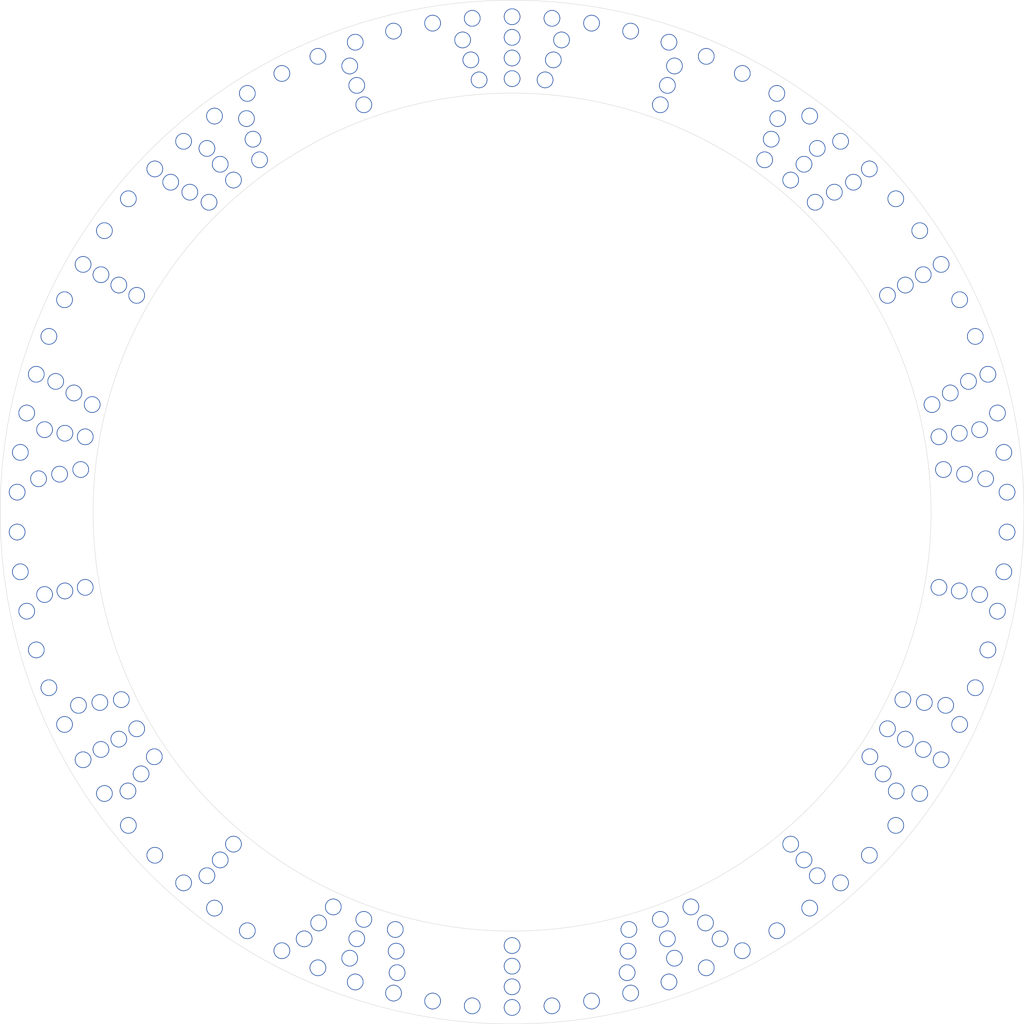
<source format=kicad_pcb>
(kicad_pcb (version 20221018) (generator pcbnew)
  (layers (0 "F.Cu" signal) (31 "B.Cu" signal) (34 "B.Paste" user) (35 "F.Paste" user) (36 "B.SilkS" user "B.Silkscreen") (37 "F.SilkS" user "F.Silkscreen") (38 "B.Mask" user) (39 "F.Mask" user) (44 "Edge.Cuts" user))
  (property "DATE" "2023-05-04")
  (net 0 "")
  (net 2 "Net-(D118-O)")
  (net 3 "Net-(D119-O)")
  (net 4 "Net-(D153-O)")
  (net 5 "Net-(D120-O)")
  (net 6 "Net-(D154-O)")
  (net 7 "Net-(D121-O)")
  (net 8 "Net-(D155-O)")
  (net 9 "Net-(D122-O)")
  (net 10 "Net-(D123-O)")
  (net 11 "Net-(D124-O)")
  (net 12 "Net-(D125-O)")
  (net 13 "Net-(D126-O)")
  (net 14 "Net-(D127-O)")
  (net 15 "Net-(D128-O)")
  (net 16 "Net-(D129-O)")
  (net 17 "Net-(D130-O)")
  (net 18 "Net-(D131-O)")
  (net 19 "Net-(D132-O)")
  (net 20 "Net-(D133-O)")
  (net 21 "Net-(D134-O)")
  (net 22 "Net-(D135-O)")
  (net 23 "Net-(D136-O)")
  (net 24 "Net-(D137-O)")
  (net 25 "Net-(D138-O)")
  (net 26 "Net-(D139-O)")
  (net 27 "Net-(D140-O)")
  (net 28 "Net-(D141-O)")
  (net 29 "Net-(D142-O)")
  (net 30 "Net-(D143-O)")
  (net 31 "Net-(D144-O)")
  (net 32 "Net-(D145-O)")
  (net 33 "Net-(D146-O)")
  (net 34 "Net-(D147-O)")
  (net 35 "Net-(D148-O)")
  (net 36 "Net-(D149-O)")
  (net 37 "Net-(D150-O)")
  (net 38 "Net-(D151-O)")
  (net 39 "Net-(D152-O)")
  (net 40 "Net-(D156-O)")
  (net 41 "Net-(D157-O)")
  (net 42 "Net-(D158-O)")
  (net 43 "Net-(D159-O)")
  (net 44 "Net-(D160-O)")
  (net 45 "Net-(D161-O)")
  (net 46 "Net-(D162-O)")
  (net 47 "Net-(D163-O)")
  (net 48 "Net-(D164-O)")
  (net 49 "Net-(D165-O)")
  (net 50 "Net-(D166-O)")
  (net 51 "Net-(D167-O)")
  (net 52 "Net-(D168-O)")
  (net 53 "Net-(D169-O)")
  (net 54 "Net-(D170-O)")
  (net 55 "Net-(D171-O)")
  (net 56 "Net-(D172-O)")
  (net 57 "Net-(D173-O)")
  (net 58 "Net-(D174-O)")
  (net 59 "Net-(D175-O)")
  (net 60 "Net-(D176-O)")
  (net 61 "Net-(D192-O)")
  (net 62 "Net-(D177-O)")
  (net 63 "Net-(D178-O)")
  (net 64 "Net-(D179-O)")
  (net 65 "Net-(D180-O)")
  (net 66 "Net-(D181-O)")
  (net 67 "Net-(D182-O)")
  (net 68 "Net-(D183-O)")
  (net 69 "Net-(D184-O)")
  (net 70 "Net-(D185-O)")
  (net 71 "Net-(D186-O)")
  (net 72 "Net-(D187-O)")
  (net 73 "Net-(D188-O)")
  (net 74 "Net-(D189-O)")
  (net 75 "Net-(D190-O)")
  (net 76 "Net-(D191-O)")
  (net 77 "Net-(D193-O)")
  (net 78 "Net-(D194-O)")
  (net 79 "Net-(D208-O)")
  (net 80 "Net-(D195-O)")
  (net 81 "Net-(D196-O)")
  (net 82 "Net-(D197-O)")
  (net 83 "Net-(D198-O)")
  (net 84 "Net-(D199-O)")
  (net 85 "Net-(D200-O)")
  (net 86 "Net-(D201-O)")
  (net 87 "Net-(D202-O)")
  (net 88 "Net-(D203-O)")
  (net 89 "Net-(D204-O)")
  (net 90 "Net-(D205-O)")
  (net 91 "Net-(D206-O)")
  (net 92 "Net-(D207-O)")
  (net 93 "Net-(D209-O)")
  (footprint "RevK:C_0402-Hole" (layer "F.Cu") (at 135.353319 142.132444 -50)
    (fp_text reference "C182" hide)
    (fp_text value "330nF" hide)
    (pad "3" thru_hole circle (at 0 0 310) (size 2 2) (drill 1.8) (layers "*.Cu" "F.Mask"))
  )
  (footprint "RevK:SMD1010-Hole" (layer "F.Cu") (at 72.11661 46.872638 -107.307692)
    (fp_text reference "D154" hide)
    (fp_text value "XL-1010RGBC-WS2812B" hide)
    (pad "1" thru_hole circle (at 0 0 252.692308) (size 2 2) (drill 1.8) (layers "*.Cu" "F.Mask") (net 6 "Net-(D154-O)"))
  )
  (footprint "RevK:C_0402-Hole" (layer "F.Cu") (at 63.039712 55.952445 130)
    (fp_text reference "C209" hide)
    (fp_text value "330nF" hide)
    (pad "3" thru_hole circle (at 0 0 130) (size 2 2) (drill 1.8) (layers "*.Cu" "F.Mask"))
  )
  (footprint "RevK:C_0402-Hole" (layer "F.Cu") (at 151.961524 70 30)
    (fp_text reference "C124" hide)
    (fp_text value "330nF" hide)
    (pad "3" thru_hole circle (at 0 0 30) (size 2 2) (drill 1.8) (layers "*.Cu" "F.Mask"))
  )
  (footprint "RevK:SMD1010-Hole" (layer "F.Cu") (at 114.041435 153.177421 59.791293)
    (fp_text reference "D184" hide)
    (fp_text value "XL-1010RGBC-WS2812B" hide)
    (pad "1" thru_hole circle (at 0 0 59.791293) (size 2 2) (drill 1.8) (layers "*.Cu" "F.Mask") (net 69 "Net-(D184-O)"))
  )
  (footprint "RevK:SMD1010-Hole" (layer "F.Cu") (at 100 40 -135)
    (fp_text reference "D118" hide)
    (fp_text value "XL-1010RGBC-WS2812B" hide)
    (pad "1" thru_hole circle (at 0 0 225) (size 2 2) (drill 1.8) (layers "*.Cu" "F.Mask") (net 2 "Net-(D118-O)"))
  )
  (footprint "RevK:C_0402-Hole" (layer "F.Cu") (at 52.368603 72.5 150)
    (fp_text reference "C190" hide)
    (fp_text value "330nF" hide)
    (pad "3" thru_hole circle (at 0 0 150) (size 2 2) (drill 1.8) (layers "*.Cu" "F.Mask"))
  )
  (footprint "RevK:SMD1010-Hole" (layer "F.Cu") (at 56.663634 129.634597 -10.634607)
    (fp_text reference "D169" hide)
    (fp_text value "XL-1010RGBC-WS2812B" hide)
    (pad "1" thru_hole circle (at 0 0 349.365393) (size 2 2) (drill 1.8) (layers "*.Cu" "F.Mask") (net 53 "Net-(D169-O)"))
  )
  (footprint "RevK:C_0402-Hole" (layer "F.Cu") (at 82.043942 50.666137 110)
    (fp_text reference "C174" hide)
    (fp_text value "330nF" hide)
    (pad "3" thru_hole circle (at 0 0 110) (size 2 2) (drill 1.8) (layers "*.Cu" "F.Mask"))
  )
  (footprint "RevK:C_0402-Hole" (layer "F.Cu") (at 54.533666 73.75 150)
    (fp_text reference "C172" hide)
    (fp_text value "330nF" hide)
    (pad "3" thru_hole circle (at 0 0 150) (size 2 2) (drill 1.8) (layers "*.Cu" "F.Mask"))
  )
  (footprint "RevK:C_0402-Hole" (layer "F.Cu") (at 158.787439 87.998458 11.538462)
    (fp_text reference "C126" hide)
    (fp_text value "330nF" hide)
    (pad "3" thru_hole circle (at 0 0 11.538462) (size 2 2) (drill 1.8) (layers "*.Cu" "F.Mask"))
  )
  (footprint "RevK:SMD1010-Hole" (layer "F.Cu") (at 67.93205 150.711405 12.692308)
    (fp_text reference "D141" hide)
    (fp_text value "XL-1010RGBC-WS2812B" hide)
    (pad "1" thru_hole circle (at 0 0 12.692308) (size 2 2) (drill 1.8) (layers "*.Cu" "F.Mask") (net 28 "Net-(D141-O)"))
  )
  (footprint "RevK:C_0402-Hole" (layer "F.Cu") (at 45.792974 125.721554 -154.615385)
    (fp_text reference "C144" hide)
    (fp_text value "330nF" hide)
    (pad "3" thru_hole circle (at 0 0 205.384615) (size 2 2) (drill 1.8) (layers "*.Cu" "F.Mask"))
  )
  (footprint "RevK:C_0402-Hole" (layer "F.Cu") (at 64.646681 142.132444 -130)
    (fp_text reference "C186" hide)
    (fp_text value "330nF" hide)
    (pad "3" thru_hole circle (at 0 0 230) (size 2 2) (drill 1.8) (layers "*.Cu" "F.Mask"))
  )
  (footprint "RevK:C_0402-Hole" (layer "F.Cu") (at 123.517997 44.801233 66.923077)
    (fp_text reference "C120" hide)
    (fp_text value "330nF" hide)
    (pad "3" thru_hole circle (at 0 0 66.923077) (size 2 2) (drill 1.8) (layers "*.Cu" "F.Mask"))
  )
  (footprint "RevK:SMD1010-Hole" (layer "F.Cu") (at 149.379032 65.916115 169.615385)
    (fp_text reference "D124" hide)
    (fp_text value "XL-1010RGBC-WS2812B" hide)
    (pad "1" thru_hole circle (at 0 0 169.615385) (size 2 2) (drill 1.8) (layers "*.Cu" "F.Mask") (net 11 "Net-(D124-O)"))
  )
  (footprint "RevK:SMD1010-Hole" (layer "F.Cu") (at 113.931259 155.786827 59.02131)
    (fp_text reference "D202" hide)
    (fp_text value "XL-1010RGBC-WS2812B" hide)
    (pad "1" thru_hole circle (at 0 0 59.02131) (size 2 2) (drill 1.8) (layers "*.Cu" "F.Mask") (net 87 "Net-(D202-O)"))
  )
  (footprint "RevK:C_0402-Hole" (layer "F.Cu") (at 81.188892 151.683094 -110)
    (fp_text reference "C185" hide)
    (fp_text value "330nF" hide)
    (pad "3" thru_hole circle (at 0 0 250) (size 2 2) (drill 1.8) (layers "*.Cu" "F.Mask"))
  )
  (footprint "RevK:SMD1010-Hole" (layer "F.Cu") (at 50.620968 65.916115 -79.615385)
    (fp_text reference "D151" hide)
    (fp_text value "XL-1010RGBC-WS2812B" hide)
    (pad "1" thru_hole circle (at 0 0 280.384615) (size 2 2) (drill 1.8) (layers "*.Cu" "F.Mask") (net 38 "Net-(D151-O)"))
  )
  (footprint "RevK:C_0402-Hole" (layer "F.Cu") (at 117.956058 50.666137 70)
    (fp_text reference "C158" hide)
    (fp_text value "330nF" hide)
    (pad "3" thru_hole circle (at 0 0 70) (size 2 2) (drill 1.8) (layers "*.Cu" "F.Mask"))
  )
  (footprint "RevK:C_0402-Hole" (layer "F.Cu") (at 50.620968 134.083885 -145.384615)
    (fp_text reference "C143" hide)
    (fp_text value "330nF" hide)
    (pad "3" thru_hole circle (at 0 0 214.615385) (size 2 2) (drill 1.8) (layers "*.Cu" "F.Mask"))
  )
  (footprint "RevK:C_0402-Hole" (layer "F.Cu") (at 82.043942 149.333863 -110)
    (fp_text reference "C167" hide)
    (fp_text value "330nF" hide)
    (pad "3" thru_hole circle (at 0 0 250) (size 2 2) (drill 1.8) (layers "*.Cu" "F.Mask"))
  )
  (footprint "RevK:C_0402-Hole" (layer "F.Cu") (at 135.353319 57.867556 50)
    (fp_text reference "C177" hide)
    (fp_text value "330nF" hide)
    (pad "3" thru_hole circle (at 0 0 50) (size 2 2) (drill 1.8) (layers "*.Cu" "F.Mask"))
  )
  (footprint "RevK:SMD1010-Hole" (layer "F.Cu") (at 144.938151 131.710607 99.791293)
    (fp_text reference "D182" hide)
    (fp_text value "XL-1010RGBC-WS2812B" hide)
    (pad "1" thru_hole circle (at 0 0 99.791293) (size 2 2) (drill 1.8) (layers "*.Cu" "F.Mask") (net 67 "Net-(D182-O)"))
  )
  (footprint "RevK:C_0402-Hole" (layer "F.Cu") (at 100 47.5 90)
    (fp_text reference "C157" hide)
    (fp_text value "330nF" hide)
    (pad "3" thru_hole circle (at 0 0 90) (size 2 2) (drill 1.8) (layers "*.Cu" "F.Mask"))
  )
  (footprint "RevK:C_0402-Hole" (layer "F.Cu") (at 136.960288 55.952445 50)
    (fp_text reference "C195" hide)
    (fp_text value "330nF" hide)
    (pad "3" thru_hole circle (at 0 0 50) (size 2 2) (drill 1.8) (layers "*.Cu" "F.Mask"))
  )
  (footprint "RevK:C_0402-Hole" (layer "F.Cu") (at 119.666158 45.967674 70)
    (fp_text reference "C194" hide)
    (fp_text value "330nF" hide)
    (pad "3" thru_hole circle (at 0 0 70) (size 2 2) (drill 1.8) (layers "*.Cu" "F.Mask"))
  )
  (footprint "RevK:SMD1010-Hole" (layer "F.Cu") (at 78.3409 147.823983 20.634607)
    (fp_text reference "D168" hide)
    (fp_text value "XL-1010RGBC-WS2812B" hide)
    (pad "1" thru_hole circle (at 0 0 20.634607) (size 2 2) (drill 1.8) (layers "*.Cu" "F.Mask") (net 52 "Net-(D168-O)"))
  )
  (footprint "RevK:SMD1010-Hole" (layer "F.Cu") (at 104.827994 159.805438 49.615385)
    (fp_text reference "D137" hide)
    (fp_text value "XL-1010RGBC-WS2812B" hide)
    (pad "1" thru_hole circle (at 0 0 49.615385) (size 2 2) (drill 1.8) (layers "*.Cu" "F.Mask") (net 24 "Net-(D137-O)"))
  )
  (footprint "RevK:SMD1010-Hole" (layer "F.Cu") (at 55.061849 131.710607 -9.791293)
    (fp_text reference "D187" hide)
    (fp_text value "XL-1010RGBC-WS2812B" hide)
    (pad "1" thru_hole circle (at 0 0 350.208707) (size 2 2) (drill 1.8) (layers "*.Cu" "F.Mask") (net 72 "Net-(D187-O)"))
  )
  (footprint "RevK:C_0402-Hole" (layer "F.Cu") (at 50.203539 71.25 150)
    (fp_text reference "C208" hide)
    (fp_text value "330nF" hide)
    (pad "3" thru_hole circle (at 0 0 150) (size 2 2) (drill 1.8) (layers "*.Cu" "F.Mask"))
  )
  (footprint "RevK:C_0402-Hole" (layer "F.Cu") (at 45.835574 90.44935 170)
    (fp_text reference "C189" hide)
    (fp_text value "330nF" hide)
    (pad "3" thru_hole circle (at 0 0 170) (size 2 2) (drill 1.8) (layers "*.Cu" "F.Mask"))
  )
  (footprint "RevK:SMD1010-Hole" (layer "F.Cu") (at 155.278438 84.171411 150.97869)
    (fp_text reference "D197" hide)
    (fp_text value "XL-1010RGBC-WS2812B" hide)
    (pad "1" thru_hole circle (at 0 0 150.97869) (size 2 2) (drill 1.8) (layers "*.Cu" "F.Mask") (net 82 "Net-(D197-O)"))
  )
  (footprint "RevK:SMD1010-Hole" (layer "F.Cu") (at 132.06795 150.711405 77.307692)
    (fp_text reference "D134" hide)
    (fp_text value "XL-1010RGBC-WS2812B" hide)
    (pad "1" thru_hole circle (at 0 0 77.307692) (size 2 2) (drill 1.8) (layers "*.Cu" "F.Mask") (net 21 "Net-(D134-O)"))
  )
  (footprint "RevK:SMD1010-Hole" (layer "F.Cu") (at 80.99992 43.087813 -116.538462)
    (fp_text reference "D155" hide)
    (fp_text value "XL-1010RGBC-WS2812B" hide)
    (pad "1" thru_hole circle (at 0 0 243.461538) (size 2 2) (drill 1.8) (layers "*.Cu" "F.Mask") (net 8 "Net-(D155-O)"))
  )
  (footprint "RevK:SMD1010-Hole" (layer "F.Cu") (at 151.961524 130 105)
    (fp_text reference "D131" hide)
    (fp_text value "XL-1010RGBC-WS2812B" hide)
    (pad "1" thru_hole circle (at 0 0 105) (size 2 2) (drill 1.8) (layers "*.Cu" "F.Mask") (net 18 "Net-(D131-O)"))
  )
  (footprint "RevK:C_0402-Hole" (layer "F.Cu") (at 66.25365 140.217333 -130)
    (fp_text reference "C168" hide)
    (fp_text value "330nF" hide)
    (pad "3" thru_hole circle (at 0 0 230) (size 2 2) (drill 1.8) (layers "*.Cu" "F.Mask"))
  )
  (footprint "RevK:SMD1010-Hole" (layer "F.Cu") (at 157.358437 95.967669 139.02131)
    (fp_text reference "D198" hide)
    (fp_text value "XL-1010RGBC-WS2812B" hide)
    (pad "1" thru_hole circle (at 0 0 139.02131) (size 2 2) (drill 1.8) (layers "*.Cu" "F.Mask") (net 83 "Net-(D198-O)"))
  )
  (footprint "RevK:C_0402-Hole" (layer "F.Cu") (at 156.100975 78.723707 20.769231)
    (fp_text reference "C125" hide)
    (fp_text value "330nF" hide)
    (pad "3" thru_hole circle (at 0 0 20.769231) (size 2 2) (drill 1.8) (layers "*.Cu" "F.Mask"))
  )
  (footprint "RevK:SMD1010-Hole" (layer "F.Cu") (at 158.787439 112.001542 123.461538)
    (fp_text reference "D129" hide)
    (fp_text value "XL-1010RGBC-WS2812B" hide)
    (pad "1" thru_hole circle (at 0 0 123.461538) (size 2 2) (drill 1.8) (layers "*.Cu" "F.Mask") (net 16 "Net-(D129-O)"))
  )
  (footprint "RevK:C_0402-Hole" (layer "F.Cu") (at 149.379032 134.083885 -34.615385)
    (fp_text reference "C131" hide)
    (fp_text value "330nF" hide)
    (pad "3" thru_hole circle (at 0 0 325.384615) (size 2 2) (drill 1.8) (layers "*.Cu" "F.Mask"))
  )
  (footprint "RevK:C_0402-Hole" (layer "F.Cu") (at 40.437468 107.232201 -173.076923)
    (fp_text reference "C146" hide)
    (fp_text value "330nF" hide)
    (pad "3" thru_hole circle (at 0 0 186.923077) (size 2 2) (drill 1.8) (layers "*.Cu" "F.Mask"))
  )
  (footprint "RevK:C_0402-Hole" (layer "F.Cu") (at 72.11661 153.127362 -117.692308)
    (fp_text reference "C140" hide)
    (fp_text value "330nF" hide)
    (pad "3" thru_hole circle (at 0 0 242.307692) (size 2 2) (drill 1.8) (layers "*.Cu" "F.Mask"))
  )
  (footprint "RevK:C_0402-Hole" (layer "F.Cu") (at 43.373554 90.01523 170)
    (fp_text reference "C207" hide)
    (fp_text value "330nF" hide)
    (pad "3" thru_hole circle (at 0 0 170) (size 2 2) (drill 1.8) (layers "*.Cu" "F.Mask"))
  )
  (footprint "RevK:C_0402-Hole" (layer "F.Cu") (at 156.626446 109.98477 -10)
    (fp_text reference "C198" hide)
    (fp_text value "330nF" hide)
    (pad "3" thru_hole circle (at 0 0 350) (size 2 2) (drill 1.8) (layers "*.Cu" "F.Mask"))
  )
  (footprint "RevK:C_0402-Hole" (layer "F.Cu") (at 132.06795 49.288595 57.692308)
    (fp_text reference "C121" hide)
    (fp_text value "330nF" hide)
    (pad "3" thru_hole circle (at 0 0 57.692308) (size 2 2) (drill 1.8) (layers "*.Cu" "F.Mask"))
  )
  (footprint "RevK:SMD1010-Hole" (layer "F.Cu") (at 76.482003 155.198767 21.923077)
    (fp_text reference "D140" hide)
    (fp_text value "XL-1010RGBC-WS2812B" hide)
    (pad "1" thru_hole circle (at 0 0 21.923077) (size 2 2) (drill 1.8) (layers "*.Cu" "F.Mask") (net 27 "Net-(D140-O)"))
  )
  (footprint "RevK:SMD1010-Hole" (layer "F.Cu") (at 60.212641 144.910645 3.461538)
    (fp_text reference "D142" hide)
    (fp_text value "XL-1010RGBC-WS2812B" hide)
    (pad "1" thru_hole circle (at 0 0 3.461538) (size 2 2) (drill 1.8) (layers "*.Cu" "F.Mask") (net 29 "Net-(D142-O)"))
  )
  (footprint "RevK:C_0402-Hole" (layer "F.Cu") (at 66.25365 59.782667 130)
    (fp_text reference "C173" hide)
    (fp_text value "330nF" hide)
    (pad "3" thru_hole circle (at 0 0 130) (size 2 2) (drill 1.8) (layers "*.Cu" "F.Mask"))
  )
  (footprint "RevK:C_0402-Hole" (layer "F.Cu") (at 50.203539 128.75 -150)
    (fp_text reference "C205" hide)
    (fp_text value "330nF" hide)
    (pad "3" thru_hole circle (at 0 0 210) (size 2 2) (drill 1.8) (layers "*.Cu" "F.Mask"))
  )
  (footprint "RevK:SMD1010-Hole" (layer "F.Cu") (at 52.667503 122.713095 -19.365393)
    (fp_text reference "D170" hide)
    (fp_text value "XL-1010RGBC-WS2812B" hide)
    (pad "1" thru_hole circle (at 0 0 340.634607) (size 2 2) (drill 1.8) (layers "*.Cu" "F.Mask") (net 54 "Net-(D170-O)"))
  )
  (footprint "RevK:SMD1010-Hole" (layer "F.Cu") (at 123.517997 155.198767 68.076923)
    (fp_text reference "D135" hide)
    (fp_text value "XL-1010RGBC-WS2812B" hide)
    (pad "1" thru_hole circle (at 0 0 68.076923) (size 2 2) (drill 1.8) (layers "*.Cu" "F.Mask") (net 22 "Net-(D135-O)"))
  )
  (footprint "RevK:C_0402-Hole" (layer "F.Cu") (at 63.039712 144.047555 -130)
    (fp_text reference "C204" hide)
    (fp_text value "330nF" hide)
    (pad "3" thru_hole circle (at 0 0 230) (size 2 2) (drill 1.8) (layers "*.Cu" "F.Mask"))
  )
  (footprint "RevK:C_0402-Hole" (layer "F.Cu") (at 151.702407 90.883471 10)
    (fp_text reference "C161" hide)
    (fp_text value "330nF" hide)
    (pad "3" thru_hole circle (at 0 0 10) (size 2 2) (drill 1.8) (layers "*.Cu" "F.Mask"))
  )
  (footprint "RevK:C_0402-Hole" (layer "F.Cu") (at 151.702407 109.116529 -10)
    (fp_text reference "C162" hide)
    (fp_text value "330nF" hide)
    (pad "3" thru_hole circle (at 0 0 350) (size 2 2) (drill 1.8) (layers "*.Cu" "F.Mask"))
  )
  (footprint "RevK:C_0402-Hole" (layer "F.Cu") (at 149.796461 71.25 30)
    (fp_text reference "C196" hide)
    (fp_text value "330nF" hide)
    (pad "3" thru_hole circle (at 0 0 30) (size 2 2) (drill 1.8) (layers "*.Cu" "F.Mask"))
  )
  (footprint "RevK:SMD1010-Hole" (layer "F.Cu") (at 90.375323 40.776984 -125.769231)
    (fp_text reference "D156" hide)
    (fp_text value "XL-1010RGBC-WS2812B" hide)
    (pad "1" thru_hole circle (at 0 0 234.230769) (size 2 2) (drill 1.8) (layers "*.Cu" "F.Mask") (net 40 "Net-(D156-O)"))
  )
  (footprint "RevK:C_0402-Hole" (layer "F.Cu") (at 64.646681 57.867556 130)
    (fp_text reference "C191" hide)
    (fp_text value "330nF" hide)
    (pad "3" thru_hole circle (at 0 0 130) (size 2 2) (drill 1.8) (layers "*.Cu" "F.Mask"))
  )
  (footprint "RevK:C_0402-Hole" (layer "F.Cu") (at 67.93205 49.288595 122.307692)
    (fp_text reference "C153" hide)
    (fp_text value "330nF" hide)
    (pad "3" thru_hole circle (at 0 0 122.307692) (size 2 2) (drill 1.8) (layers "*.Cu" "F.Mask"))
  )
  (footprint "RevK:SMD1010-Hole" (layer "F.Cu") (at 130.587234 57.330677 -170.634607)
    (fp_text reference "D159" hide)
    (fp_text value "XL-1010RGBC-WS2812B" hide)
    (pad "1" thru_hole circle (at 0 0 189.365393) (size 2 2) (drill 1.8) (layers "*.Cu" "F.Mask") (net 43 "Net-(D159-O)"))
  )
  (footprint "RevK:C_0402-Hole" (layer "F.Cu") (at 56.727853 141.563461 -136.153846)
    (fp_text reference "C142" hide)
    (fp_text value "330nF" hide)
    (pad "3" thru_hole circle (at 0 0 223.846154) (size 2 2) (drill 1.8) (layers "*.Cu" "F.Mask"))
  )
  (footprint "RevK:SMD1010-Hole" (layer "F.Cu") (at 43.899025 121.276293 -24.230769)
    (fp_text reference "D145" hide)
    (fp_text value "XL-1010RGBC-WS2812B" hide)
    (pad "1" thru_hole circle (at 0 0 335.769231) (size 2 2) (drill 1.8) (layers "*.Cu" "F.Mask") (net 32 "Net-(D145-O)"))
  )
  (footprint "RevK:C_0402-Hole" (layer "F.Cu") (at 80.333842 154.032326 -110)
    (fp_text reference "C203" hide)
    (fp_text value "330nF" hide)
    (pad "3" thru_hole circle (at 0 0 250) (size 2 2) (drill 1.8) (layers "*.Cu" "F.Mask"))
  )
  (footprint "RevK:SMD1010-Hole" (layer "F.Cu") (at 127.88339 46.872638 -162.692308)
    (fp_text reference "D121" hide)
    (fp_text value "XL-1010RGBC-WS2812B" hide)
    (pad "1" thru_hole circle (at 0 0 197.307692) (size 2 2) (drill 1.8) (layers "*.Cu" "F.Mask") (net 7 "Net-(D121-O)"))
  )
  (footprint "RevK:C_0402-Hole" (layer "F.Cu") (at 100 155 -90)
    (fp_text reference "C184" hide)
    (fp_text value "330nF" hide)
    (pad "3" thru_hole circle (at 0 0 270) (size 2 2) (drill 1.8) (layers "*.Cu" "F.Mask"))
  )
  (footprint "RevK:SMD1010-Hole" (layer "F.Cu") (at 67.828681 52.342302 -100.97869)
    (fp_text reference "D210" hide)
    (fp_text value "XL-1010RGBC-WS2812B" hide)
    (pad "1" thru_hole circle (at 0 0 259.02131) (size 2 2) (drill 1.8) (layers "*.Cu" "F.Mask"))
  )
  (footprint "RevK:SMD1010-Hole" (layer "F.Cu") (at 114.35894 158.256509 58.846154)
    (fp_text reference "D136" hide)
    (fp_text value "XL-1010RGBC-WS2812B" hide)
    (pad "1" thru_hole circle (at 0 0 58.846154) (size 2 2) (drill 1.8) (layers "*.Cu" "F.Mask") (net 23 "Net-(D136-O)"))
  )
  (footprint "RevK:SMD1010-Hole" (layer "F.Cu") (at 103.996131 47.652307 -139.365393)
    (fp_text reference "D158" hide)
    (fp_text value "XL-1010RGBC-WS2812B" hide)
    (pad "1" thru_hole circle (at 0 0 220.634607) (size 2 2) (drill 1.8) (layers "*.Cu" "F.Mask") (net 42 "Net-(D158-O)"))
  )
  (footprint "RevK:C_0402-Hole" (layer "F.Cu") (at 100 160 -90)
    (fp_text reference "C137" hide)
    (fp_text value "330nF" hide)
    (pad "3" thru_hole circle (at 0 0 270) (size 2 2) (drill 1.8) (layers "*.Cu" "F.Mask"))
  )
  (footprint "RevK:SMD1010-Hole" (layer "F.Cu") (at 41.212561 112.001542 -33.461538)
    (fp_text reference "D146" hide)
    (fp_text value "XL-1010RGBC-WS2812B" hide)
    (pad "1" thru_hole circle (at 0 0 326.538462) (size 2 2) (drill 1.8) (layers "*.Cu" "F.Mask") (net 33 "Net-(D146-O)"))
  )
  (footprint "RevK:C_0402-Hole" (layer "F.Cu") (at 41.212561 87.998458 168.461538)
    (fp_text reference "C148" hide)
    (fp_text value "330nF" hide)
    (pad "3" thru_hole circle (at 0 0 168.461538) (size 2 2) (drill 1.8) (layers "*.Cu" "F.Mask"))
  )
  (footprint "RevK:SMD1010-Hole" (layer "F.Cu") (at 153.073715 85.571529 150.208707)
    (fp_text reference "D179" hide)
    (fp_text value "XL-1010RGBC-WS2812B" hide)
    (pad "1" thru_hole circle (at 0 0 150.208707) (size 2 2) (drill 1.8) (layers "*.Cu" "F.Mask") (net 64 "Net-(D179-O)"))
  )
  (footprint "RevK:SMD1010-Hole" (layer "F.Cu") (at 149.931267 123.062277 110.208707)
    (fp_text reference "D181" hide)
    (fp_text value "XL-1010RGBC-WS2812B" hide)
    (pad "1" thru_hole circle (at 0 0 110.208707) (size 2 2) (drill 1.8) (layers "*.Cu" "F.Mask") (net 66 "Net-(D181-O)"))
  )
  (footprint "RevK:SMD1010-Hole" (layer "F.Cu") (at 46.926285 85.571529 -60.208707)
    (fp_text reference "D190" hide)
    (fp_text value "XL-1010RGBC-WS2812B" hide)
    (pad "1" thru_hole circle (at 0 0 299.791293) (size 2 2) (drill 1.8) (layers "*.Cu" "F.Mask") (net 75 "Net-(D190-O)"))
  )
  (footprint "RevK:C_0402-Hole" (layer "F.Cu") (at 147.631397 72.5 30)
    (fp_text reference "C178" hide)
    (fp_text value "330nF" hide)
    (pad "3" thru_hole circle (at 0 0 30) (size 2 2) (drill 1.8) (layers "*.Cu" "F.Mask"))
  )
  (footprint "RevK:SMD1010-Hole" (layer "F.Cu") (at 159.95134 102.415956 132.692308)
    (fp_text reference "D128" hide)
    (fp_text value "XL-1010RGBC-WS2812B" hide)
    (pad "1" thru_hole circle (at 0 0 132.692308) (size 2 2) (drill 1.8) (layers "*.Cu" "F.Mask") (net 15 "Net-(D128-O)"))
  )
  (footprint "RevK:C_0402-Hole" (layer "F.Cu") (at 42.368913 116.693048 -163.846154)
    (fp_text reference "C145" hide)
    (fp_text value "330nF" hide)
    (pad "3" thru_hole circle (at 0 0 196.153846) (size 2 2) (drill 1.8) (layers "*.Cu" "F.Mask"))
  )
  (footprint "RevK:C_0402-Hole" (layer "F.Cu") (at 147.631397 127.5 -30)
    (fp_text reference "C181" hide)
    (fp_text value "330nF" hide)
    (pad "3" thru_hole circle (at 0 0 330) (size 2 2) (drill 1.8) (layers "*.Cu" "F.Mask"))
  )
  (footprint "RevK:SMD1010-Hole" (layer "F.Cu") (at 47.753665 94.845339 -50.634607)
    (fp_text reference "D171" hide)
    (fp_text value "XL-1010RGBC-WS2812B" hide)
    (pad "1" thru_hole circle (at 0 0 309.365393) (size 2 2) (drill 1.8) (layers "*.Cu" "F.Mask") (net 55 "Net-(D171-O)"))
  )
  (footprint "RevK:C_0402-Hole" (layer "F.Cu") (at 80.99992 156.912187 -108.461538)
    (fp_text reference "C139" hide)
    (fp_text value "330nF" hide)
    (pad "3" thru_hole circle (at 0 0 251.538462) (size 2 2) (drill 1.8) (layers "*.Cu" "F.Mask"))
  )
  (footprint "RevK:C_0402-Hole" (layer "F.Cu") (at 40.04866 97.584044 177.692308)
    (fp_text reference "C147" hide)
    (fp_text value "330nF" hide)
    (pad "3" thru_hole circle (at 0 0 177.692308) (size 2 2) (drill 1.8) (layers "*.Cu" "F.Mask"))
  )
  (footprint "RevK:C_0402-Hole" (layer "F.Cu") (at 43.373554 109.98477 -170)
    (fp_text reference "C206" hide)
    (fp_text value "330nF" hide)
    (pad "3" thru_hole circle (at 0 0 190) (size 2 2) (drill 1.8) (layers "*.Cu" "F.Mask"))
  )
  (footprint "RevK:SMD1010-Hole" (layer "F.Cu") (at 105.989117 42.81276 -140.97869)
    (fp_text reference "D194" hide)
    (fp_text value "XL-1010RGBC-WS2812B" hide)
    (pad "1" thru_hole circle (at 0 0 219.02131) (size 2 2) (drill 1.8) (layers "*.Cu" "F.Mask") (net 78 "Net-(D194-O)"))
  )
  (footprint "RevK:SMD1010-Hole" (layer "F.Cu") (at 141.34718 60.041763 179.02131)
    (fp_text reference "D196" hide)
    (fp_text value "XL-1010RGBC-WS2812B" hide)
    (pad "1" thru_hole circle (at 0 0 179.02131) (size 2 2) (drill 1.8) (layers "*.Cu" "F.Mask") (net 81 "Net-(D196-O)"))
  )
  (footprint "RevK:C_0402-Hole" (layer "F.Cu") (at 63.955464 147.966566 -126.923077)
    (fp_text reference "C141" hide)
    (fp_text value "330nF" hide)
    (pad "3" thru_hole circle (at 0 0 233.076923) (size 2 2) (drill 1.8) (layers "*.Cu" "F.Mask"))
  )
  (footprint "RevK:C_0402-Hole" (layer "F.Cu") (at 76.482003 44.801233 113.076923)
    (fp_text reference "C154" hide)
    (fp_text value "330nF" hide)
    (pad "3" thru_hole circle (at 0 0 113.076923) (size 2 2) (drill 1.8) (layers "*.Cu" "F.Mask"))
  )
  (footprint "RevK:SMD1010-Hole" (layer "F.Cu") (at 154.207026 74.278446 160.384615)
    (fp_text reference "D125" hide)
    (fp_text value "XL-1010RGBC-WS2812B" hide)
    (pad "1" thru_hole circle (at 0 0 160.384615) (size 2 2) (drill 1.8) (layers "*.Cu" "F.Mask") (net 12 "Net-(D125-O)"))
  )
  (footprint "RevK:SMD1010-Hole" (layer "F.Cu") (at 48.038476 130 -15)
    (fp_text reference "D144" hide)
    (fp_text value "XL-1010RGBC-WS2812B" hide)
    (pad "1" thru_hole circle (at 0 0 345) (size 2 2) (drill 1.8) (layers "*.Cu" "F.Mask") (net 31 "Net-(D144-O)"))
  )
  (footprint "RevK:SMD1010-Hole" (layer "F.Cu") (at 154.807806 95.406048 139.791293)
    (fp_text reference "D180" hide)
    (fp_text value "XL-1010RGBC-WS2812B" hide)
    (pad "1" thru_hole circle (at 0 0 139.791293) (size 2 2) (drill 1.8) (layers "*.Cu" "F.Mask") (net 65 "Net-(D180-O)"))
  )
  (footprint "RevK:SMD1010-Hole" (layer "F.Cu") (at 152.246335 94.845339 140.634607)
    (fp_text reference "D162" hide)
    (fp_text value "XL-1010RGBC-WS2812B" hide)
    (pad "1" thru_hole circle (at 0 0 140.634607) (size 2 2) (drill 1.8) (layers "*.Cu" "F.Mask") (net 46 "Net-(D162-O)"))
  )
  (footprint "RevK:SMD1010-Hole" (layer "F.Cu") (at 94.010883 42.81276 -129.02131)
    (fp_text reference "D193" hide)
    (fp_text value "XL-1010RGBC-WS2812B" hide)
    (pad "1" thru_hole circle (at 0 0 230.97869) (size 2 2) (drill 1.8) (layers "*.Cu" "F.Mask") (net 77 "Net-(D193-O)"))
  )
  (footprint "RevK:SMD1010-Hole" (layer "F.Cu") (at 152.520162 123.406892 110.97869)
    (fp_text reference "D199" hide)
    (fp_text value "XL-1010RGBC-WS2812B" hide)
    (pad "1" thru_hole circle (at 0 0 110.97869) (size 2 2) (drill 1.8) (layers "*.Cu" "F.Mask") (net 84 "Net-(D199-O)"))
  )
  (footprint "RevK:SMD1010-Hole" (layer "F.Cu") (at 47.479838 123.406892 -20.97869)
    (fp_text reference "D206" hide)
    (fp_text value "XL-1010RGBC-WS2812B" hide)
    (pad "1" thru_hole circle (at 0 0 339.02131) (size 2 2) (drill 1.8) (layers "*.Cu" "F.Mask") (net 91 "Net-(D206-O)"))
  )
  (footprint "RevK:C_0402-Hole" (layer "F.Cu") (at 133.74635 140.217333 -50)
    (fp_text reference "C164" hide)
    (fp_text value "330nF" hide)
    (pad "3" thru_hole circle (at 0 0 310) (size 2 2) (drill 1.8) (layers "*.Cu" "F.Mask"))
  )
  (footprint "RevK:SMD1010-Hole" (layer "F.Cu") (at 157.631087 83.306952 151.153846)
    (fp_text reference "D126" hide)
    (fp_text value "XL-1010RGBC-WS2812B" hide)
    (pad "1" thru_hole circle (at 0 0 151.153846) (size 2 2) (drill 1.8) (layers "*.Cu" "F.Mask") (net 13 "Net-(D126-O)"))
  )
  (footprint "RevK:C_0402-Hole" (layer "F.Cu") (at 159.95134 97.584044 2.307692)
    (fp_text reference "C127" hide)
    (fp_text value "330nF" hide)
    (pad "3" thru_hole circle (at 0 0 2.307692) (size 2 2) (drill 1.8) (layers "*.Cu" "F.Mask"))
  )
  (footprint "RevK:C_0402-Hole" (layer "F.Cu") (at 104.827994 40.194562 85.384615)
    (fp_text reference "C118" hide)
    (fp_text value "330nF" hide)
    (pad "3" thru_hole circle (at 0 0 85.384615) (size 2 2) (drill 1.8) (layers "*.Cu" "F.Mask"))
  )
  (footprint "RevK:SMD1010-Hole" (layer "F.Cu") (at 95.006884 45.227116 -129.791293)
    (fp_text reference "D175" hide)
    (fp_text value "XL-1010RGBC-WS2812B" hide)
    (pad "1" thru_hole circle (at 0 0 230.208707) (size 2 2) (drill 1.8) (layers "*.Cu" "F.Mask") (net 59 "Net-(D175-O)"))
  )
  (footprint "RevK:SMD1010-Hole" (layer "F.Cu") (at 139.787359 144.910645 86.538462)
    (fp_text reference "D133" hide)
    (fp_text value "XL-1010RGBC-WS2812B" hide)
    (pad "1" thru_hole circle (at 0 0 86.538462) (size 2 2) (drill 1.8) (layers "*.Cu" "F.Mask") (net 20 "Net-(D133-O)"))
  )
  (footprint "RevK:SMD1010-Hole" (layer "F.Cu") (at 85.85117 150.557498 29.365393)
    (fp_text reference "D167" hide)
    (fp_text value "XL-1010RGBC-WS2812B" hide)
    (pad "1" thru_hole circle (at 0 0 29.365393) (size 2 2) (drill 1.8) (layers "*.Cu" "F.Mask") (net 51 "Net-(D167-O)"))
  )
  (footprint "RevK:C_0402-Hole" (layer "F.Cu") (at 136.960288 144.047555 -50)
    (fp_text reference "C200" hide)
    (fp_text value "330nF" hide)
    (pad "3" thru_hole circle (at 0 0 310) (size 2 2) (drill 1.8) (layers "*.Cu" "F.Mask"))
  )
  (footprint "RevK:SMD1010-Hole" (layer "F.Cu") (at 69.412766 57.330677 -99.365393)
    (fp_text reference "D174" hide)
    (fp_text value "XL-1010RGBC-WS2812B" hide)
    (pad "1" thru_hole circle (at 0 0 260.634607) (size 2 2) (drill 1.8) (layers "*.Cu" "F.Mask") (net 58 "Net-(D174-O)"))
  )
  (footprint "RevK:SMD1010-Hole" (layer "F.Cu") (at 125.187118 151.690029 70.97869)
    (fp_text reference "D201" hide)
    (fp_text value "XL-1010RGBC-WS2812B" hide)
    (pad "1" thru_hole circle (at 0 0 70.97869) (size 2 2) (drill 1.8) (layers "*.Cu" "F.Mask") (net 86 "Net-(D201-O)"))
  )
  (footprint "RevK:SMD1010-Hole" (layer "F.Cu") (at 146.476298 137.946723 95.769231)
    (fp_text reference "D132" hide)
    (fp_text value "XL-1010RGBC-WS2812B" hide)
    (pad "1" thru_hole circle (at 0 0 95.769231) (size 2 2) (drill 1.8) (layers "*.Cu" "F.Mask") (net 19 "Net-(D132-O)"))
  )
  (footprint "RevK:SMD1010-Hole" (layer "F.Cu") (at 132.171319 52.342302 -169.02131)
    (fp_text reference "D195" hide)
    (fp_text value "XL-1010RGBC-WS2812B" hide)
    (pad "1" thru_hole circle (at 0 0 190.97869) (size 2 2) (drill 1.8) (layers "*.Cu" "F.Mask") (net 80 "Net-(D195-O)"))
  )
  (footprint "RevK:C_0402-Hole" (layer "F.Cu") (at 100 45 90)
    (fp_text reference "C175" hide)
    (fp_text value "330nF" hide)
    (pad "3" thru_hole circle (at 0 0 90) (size 2 2) (drill 1.8) (layers "*.Cu" "F.Mask"))
  )
  (footprint "RevK:SMD1010-Hole" (layer "F.Cu") (at 53.523702 137.946723 -5.769231)
    (fp_text reference "D143" hide)
    (fp_text value "XL-1010RGBC-WS2812B" hide)
    (pad "1" thru_hole circle (at 0 0 354.230769) (size 2 2) (drill 1.8) (layers "*.Cu" "F.Mask") (net 30 "Net-(D143-O)"))
  )
  (footprint "RevK:SMD1010-Hole" (layer "F.Cu") (at 49.141507 86.974498 -59.365393)
    (fp_text reference "D172" hide)
    (fp_text value "XL-1010RGBC-WS2812B" hide)
    (pad "1" thru_hole circle (at 0 0 300.634607) (size 2 2) (drill 1.8) (layers "*.Cu" "F.Mask") (net 56 "Net-(D172-O)"))
  )
  (footprint "RevK:SMD1010-Hole" (layer "F.Cu") (at 76.574576 149.761929 19.791293)
    (fp_text reference "D186" hide)
    (fp_text value "XL-1010RGBC-WS2812B" hide)
    (pad "1" thru_hole circle (at 0 0 19.791293) (size 2 2) (drill 1.8) (layers "*.Cu" "F.Mask") (net 71 "Net-(D186-O)"))
  )
  (footprint "RevK:SMD1010-Hole" (layer "F.Cu") (at 40.04866 102.415956 -42.692308)
    (fp_text reference "D147" hide)
    (fp_text value "XL-1010RGBC-WS2812B" hide)
    (pad "1" thru_hole circle (at 0 0 317.307692) (size 2 2) (drill 1.8) (layers "*.Cu" "F.Mask") (net 34 "Net-(D147-O)"))
  )
  (footprint "RevK:SMD1010-Hole" (layer "F.Cu") (at 58.65282 60.041763 -89.02131)
    (fp_text reference "D209" hide)
    (fp_text value "XL-1010RGBC-WS2812B" hide)
    (pad "1" thru_hole circle (at 0 0 270.97869) (size 2 2) (drill 1.8) (layers "*.Cu" "F.Mask") (net 93 "Net-(D209-O)"))
  )
  (footprint "RevK:C_0402-Hole" (layer "F.Cu") (at 127.88339 153.127362 -62.307692)
    (fp_text reference "C134" hide)
    (fp_text value "330nF" hide)
    (pad "3" thru_hole circle (at 0 0 297.692308) (size 2 2) (drill 1.8) (layers "*.Cu" "F.Mask"))
  )
  (footprint "RevK:C_0402-Hole" (layer "F.Cu") (at 53.523702 62.053277 140.769231)
    (fp_text reference "C151" hide)
    (fp_text value "330nF" hide)
    (pad "3" thru_hole circle (at 0 0 140.769231) (size 2 2) (drill 1.8) (layers "*.Cu" "F.Mask"))
  )
  (footprint "RevK:C_0402-Hole" (layer "F.Cu") (at 60.212641 55.089355 131.538462)
    (fp_text reference "C152" hide)
    (fp_text value "330nF" hide)
    (pad "3" thru_hole circle (at 0 0 131.538462) (size 2 2) (drill 1.8) (layers "*.Cu" "F.Mask"))
  )
  (footprint "RevK:C_0402-Hole" (layer "F.Cu") (at 119.00008 156.912187 -71.538462)
    (fp_text reference "C135" hide)
    (fp_text value "330nF" hide)
    (pad "3" thru_hole circle (at 0 0 288.461538) (size 2 2) (drill 1.8) (layers "*.Cu" "F.Mask"))
  )
  (footprint "RevK:C_0402-Hole" (layer "F.Cu") (at 149.796461 128.75 -30)
    (fp_text reference "C199" hide)
    (fp_text value "330nF" hide)
    (pad "3" thru_hole circle (at 0 0 330) (size 2 2) (drill 1.8) (layers "*.Cu" "F.Mask"))
  )
  (footprint "RevK:SMD1010-Hole" (layer "F.Cu") (at 86.068741 155.786827 30.97869)
    (fp_text reference "D203" hide)
    (fp_text value "XL-1010RGBC-WS2812B" hide)
    (pad "1" thru_hole circle (at 0 0 30.97869) (size 2 2) (drill 1.8) (layers "*.Cu" "F.Mask") (net 88 "Net-(D203-O)"))
  )
  (footprint "RevK:C_0402-Hole" (layer "F.Cu") (at 118.811108 151.683094 -70)
    (fp_text reference "C183" hide)
    (fp_text value "330nF" hide)
    (pad "3" thru_hole circle (at 0 0 290) (size 2 2) (drill 1.8) (layers "*.Cu" "F.Mask"))
  )
  (footprint "RevK:C_0402-Hole" (layer "F.Cu") (at 119.666158 154.032326 -70)
    (fp_text reference "C201" hide)
    (fp_text value "330nF" hide)
    (pad "3" thru_hole circle (at 0 0 290) (size 2 2) (drill 1.8) (layers "*.Cu" "F.Mask"))
  )
  (footprint "RevK:C_0402-Hole" (layer "F.Cu") (at 154.207026 125.721554 -25.384615)
    (fp_text reference "C130" hide)
    (fp_text value "330nF" hide)
    (pad "3" thru_hole circle (at 0 0 334.615385) (size 2 2) (drill 1.8) (layers "*.Cu" "F.Mask"))
  )
  (footprint "RevK:SMD1010-Hole" (layer "F.Cu") (at 53.468956 133.780348 -9.02131)
    (fp_text reference "D205" hide)
    (fp_text value "XL-1010RGBC-WS2812B" hide)
    (pad "1" thru_hole circle (at 0 0 350.97869) (size 2 2) (drill 1.8) (layers "*.Cu" "F.Mask") (net 90 "Net-(D205-O)"))
  )
  (footprint "RevK:SMD1010-Hole" (layer "F.Cu") (at 150.858493 86.974498 149.365393)
    (fp_text reference "D161" hide)
    (fp_text value "XL-1010RGBC-WS2812B" hide)
    (pad "1" thru_hole circle (at 0 0 149.365393) (size 2 2) (drill 1.8) (layers "*.Cu" "F.Mask") (net 45 "Net-(D161-O)"))
  )
  (footprint "RevK:C_0402-Hole" (layer "F.Cu") (at 118.811108 48.316906 70)
    (fp_text reference "C176" hide)
    (fp_text value "330nF" hide)
    (pad "3" thru_hole circle (at 0 0 70) (size 2 2) (drill 1.8) (layers "*.Cu" "F.Mask"))
  )
  (footprint "RevK:SMD1010-Hole" (layer "F.Cu") (at 143.336366 129.634597 100.634607)
    (fp_text reference "D164" hide)
    (fp_text value "XL-1010RGBC-WS2812B" hide)
    (pad "1" thru_hole circle (at 0 0 100.634607) (size 2 2) (drill 1.8) (layers "*.Cu" "F.Mask") (net 48 "Net-(D164-O)"))
  )
  (footprint "RevK:C_0402-Hole" (layer "F.Cu") (at 80.333842 45.967674 110)
    (fp_text reference "C210" hide)
    (fp_text value "330nF" hide)
    (pad "3" thru_hole circle (at 0 0 110) (size 2 2) (drill 1.8) (layers "*.Cu" "F.Mask"))
  )
  (footprint "RevK:C_0402-Hole" (layer "F.Cu") (at 48.038476 70 150)
    (fp_text reference "C150" hide)
    (fp_text value "330nF" hide)
    (pad "3" thru_hole circle (at 0 0 150) (size 2 2) (drill 1.8) (layers "*.Cu" "F.Mask"))
  )
  (footprint "RevK:SMD1010-Hole" (layer "F.Cu") (at 85.64106 158.256509 31.153846)
    (fp_text reference "D139" hide)
    (fp_text value "XL-1010RGBC-WS2812B" hide)
    (pad "1" thru_hole circle (at 0 0 31.153846) (size 2 2) (drill 1.8) (layers "*.Cu" "F.Mask") (net 26 "Net-(D139-O)"))
  )
  (footprint "RevK:C_0402-Hole" (layer "F.Cu") (at 154.164426 109.55065 -10)
    (fp_text reference "C180" hide)
    (fp_text value "330nF" hide)
    (pad "3" thru_hole circle (at 0 0 350) (size 2 2) (drill 1.8) (layers "*.Cu" "F.Mask"))
  )
  (footprint "RevK:C_0402-Hole" (layer "F.Cu") (at 100 152.5 -90)
    (fp_text reference "C166" hide)
    (fp_text value "330nF" hide)
    (pad "3" thru_hole circle (at 0 0 270) (size 2 2) (drill 1.8) (layers "*.Cu" "F.Mask"))
  )
  (footprint "RevK:SMD1010-Hole" (layer "F.Cu") (at 121.6591 147.823983 69.365393)
    (fp_text reference "D165" hide)
    (fp_text value "XL-1010RGBC-WS2812B" hide)
    (pad "1" thru_hole circle (at 0 0 69.365393) (size 2 2) (drill 1.8) (layers "*.Cu" "F.Mask") (net 49 "Net-(D165-O)"))
  )
  (footprint "RevK:SMD1010-Hole" (layer "F.Cu") (at 104.993116 45.227116 -140.208707)
    (fp_text reference "D176" hide)
    (fp_text value "XL-1010RGBC-WS2812B" hide)
    (pad "1" thru_hole circle (at 0 0 219.791293) (size 2 2) (drill 1.8) (layers "*.Cu" "F.Mask") (net 60 "Net-(D176-O)"))
  )
  (footprint "RevK:SMD1010-Hole" (layer "F.Cu") (at 119.00008 43.087813 -153.461538)
    (fp_text reference "D120" hide)
    (fp_text value "XL-1010RGBC-WS2812B" hide)
    (pad "1" thru_hole circle (at 0 0 206.538462) (size 2 2) (drill 1.8) (layers "*.Cu" "F.Mask") (net 5 "Net-(D120-O)"))
  )
  (footprint "RevK:SMD1010-Hole" (layer "F.Cu") (at 45.792974 74.278446 -70.384615)
    (fp_text reference "D150" hide)
    (fp_text value "XL-1010RGBC-WS2812B" hide)
    (pad "1" thru_hole circle (at 0 0 289.615385) (size 2 2) (drill 1.8) (layers "*.Cu" "F.Mask") (net 37 "Net-(D150-O)"))
  )
  (footprint "RevK:SMD1010-Hole" (layer "F.Cu") (at 42.368913 83.306952 -61.153846)
    (fp_text reference "D149" hide)
    (fp_text value "XL-1010RGBC-WS2812B" hide)
    (pad "1" thru_hole circle (at 0 0 298.846154) (size 2 2) (drill 1.8) (layers "*.Cu" "F.Mask") (net 36 "Net-(D149-O)"))
  )
  (footprint "RevK:C_0402-Hole" (layer "F.Cu") (at 109.624677 159.223016 -80.769231)
    (fp_text reference "C136" hide)
    (fp_text value "330nF" hide)
    (pad "3" thru_hole circle (at 0 0 279.230769) (size 2 2) (drill 1.8) (layers "*.Cu" "F.Mask"))
  )
  (footprint "RevK:SMD1010-Hole" (layer "F.Cu") (at 74.812882 151.690029 19.02131)
    (fp_text reference "D204" hide)
    (fp_text value "XL-1010RGBC-WS2812B" hide)
    (pad "1" thru_hole circle (at 0 0 19.02131) (size 2 2) (drill 1.8) (layers "*.Cu" "F.Mask") (net 89 "Net-(D204-O)"))
  )
  (footprint "RevK:C_0402-Hole" (layer "F.Cu") (at 156.626446 90.01523 10)
    (fp_text reference "C197" hide)
    (fp_text value "330nF" hide)
    (pad "3" thru_hole circle (at 0 0 10) (size 2 2) (drill 1.8) (layers "*.Cu" "F.Mask"))
  )
  (footprint "RevK:SMD1010-Hole" (layer "F.Cu") (at 44.721562 84.171411 -60.97869)
    (fp_text reference "D208" hide)
    (fp_text value "XL-1010RGBC-WS2812B" hide)
    (pad "1" thru_hole circle (at 0 0 299.02131) (size 2 2) (drill 1.8) (layers "*.Cu" "F.Mask") (net 79 "Net-(D208-O)"))
  )
  (footprint "RevK:C_0402-Hole" (layer "F.Cu") (at 43.899025 78.723707 159.230769)
    (fp_text reference "C149" hide)
    (fp_text value "330nF" hide)
    (pad "3" thru_hole circle (at 0 0 159.230769) (size 2 2) (drill 1.8) (layers "*.Cu" "F.Mask"))
  )
  (footprint "RevK:C_0402-Hole" (layer "F.Cu") (at 48.297593 90.883471 170)
    (fp_text reference "C171" hide)
    (fp_text value "330nF" hide)
    (pad "3" thru_hole circle (at 0 0 170) (size 2 2) (drill 1.8) (layers "*.Cu" "F.Mask"))
  )
  (footprint "RevK:SMD1010-Hole" (layer "F.Cu") (at 143.272147 58.436539 178.846154)
    (fp_text reference "D123" hide)
    (fp_text value "XL-1010RGBC-WS2812B" hide)
    (pad "1" thru_hole circle (at 0 0 178.846154) (size 2 2) (drill 1.8) (layers "*.Cu" "F.Mask") (net 10 "Net-(D123-O)"))
  )
  (footprint "RevK:C_0402-Hole" (layer "F.Cu") (at 95.172006 40.194562 94.615385)
    (fp_text reference "C156" hide)
    (fp_text value "330nF" hide)
    (pad "3" thru_hole circle (at 0 0 94.615385) (size 2 2) (drill 1.8) (layers "*.Cu" "F.Mask"))
  )
  (footprint "RevK:C_0402-Hole" (layer "F.Cu") (at 145.466334 73.75 30)
    (fp_text reference "C160" hide)
    (fp_text value "330nF" hide)
    (pad "3" thru_hole circle (at 0 0 30) (size 2 2) (drill 1.8) (layers "*.Cu" "F.Mask"))
  )
  (footprint "RevK:C_0402-Hole" (layer "F.Cu") (at 90.375323 159.223016 -99.230769)
    (fp_text reference "C138" hide)
    (fp_text value "330nF" hide)
    (pad "3" thru_hole circle (at 0 0 260.769231) (size 2 2) (drill 1.8) (layers "*.Cu" "F.Mask"))
  )
  (footprint "RevK:C_0402-Hole" (layer "F.Cu") (at 48.297593 109.116529 -170)
    (fp_text reference "C170" hide)
    (fp_text value "330nF" hide)
    (pad "3" thru_hole circle (at 0 0 190) (size 2 2) (drill 1.8) (layers "*.Cu" "F.Mask"))
  )
  (footprint "RevK:SMD1010-Hole" (layer "F.Cu") (at 63.290338 62.468004 -90.634607)
    (fp_text reference "D173" hide)
    (fp_text value "XL-1010RGBC-WS2812B" hide)
    (pad "1" thru_hole circle (at 0 0 269.365393) (size 2 2) (drill 1.8) (layers "*.Cu" "F.Mask") (net 57 "Net-(D173-O)"))
  )
  (footprint "RevK:C_0402-Hole" (layer "F.Cu") (at 154.164426 90.44935 10)
    (fp_text reference "C179" hide)
    (fp_text value "330nF" hide)
    (pad "3" thru_hole circle (at 0 0 10) (size 2 2) (drill 1.8) (layers "*.Cu" "F.Mask"))
  )
  (footprint "RevK:C_0402-Hole" (layer "F.Cu") (at 100 42.5 90)
    (fp_text reference "C193" hide)
    (fp_text value "330nF" hide)
    (pad "3" thru_hole circle (at 0 0 90) (size 2 2) (drill 1.8) (layers "*.Cu" "F.Mask"))
  )
  (footprint "RevK:SMD1010-Hole" (layer "F.Cu") (at 156.100975 121.276293 114.230769)
    (fp_text reference "D130" hide)
    (fp_text value "XL-1010RGBC-WS2812B" hide)
    (pad "1" thru_hole circle (at 0 0 114.230769) (size 2 2) (drill 1.8) (layers "*.Cu" "F.Mask") (net 17 "Net-(D130-O)"))
  )
  (footprint "RevK:SMD1010-Hole" (layer "F.Cu") (at 109.624677 40.776984 -144.230769)
    (fp_text reference "D119" hide)
    (fp_text value "XL-1010RGBC-WS2812B" hide)
    (pad "1" thru_hole circle (at 0 0 215.769231) (size 2 2) (drill 1.8) (layers "*.Cu" "F.Mask") (net 3 "Net-(D119-O)"))
  )
  (footprint "RevK:C_0402-Hole" (layer "F.Cu") (at 117.956058 149.333863 -70)
    (fp_text reference "C165" hide)
    (fp_text value "330nF" hide)
    (pad "3" thru_hole circle (at 0 0 290) (size 2 2) (drill 1.8) (layers "*.Cu" "F.Mask"))
  )
  (footprint "RevK:SMD1010-Hole" (layer "F.Cu") (at 50.068733 123.062277 -20.208707)
    (fp_text reference "D188" hide)
    (fp_text value "XL-1010RGBC-WS2812B" hide)
    (pad "1" thru_hole circle (at 0 0 339.791293) (size 2 2) (drill 1.8) (layers "*.Cu" "F.Mask") (net 73 "Net-(D188-O)"))
  )
  (footprint "RevK:SMD1010-Hole" (layer "F.Cu") (at 42.641563 95.967669 -49.02131)
    (fp_text reference "D207" hide)
    (fp_text value "XL-1010RGBC-WS2812B" hide)
    (pad "1" thru_hole circle (at 0 0 310.97869) (size 2 2) (drill 1.8) (layers "*.Cu" "F.Mask") (net 92 "Net-(D207-O)"))
  )
  (footprint "RevK:SMD1010-Hole" (layer "F.Cu") (at 40.437468 92.767799 -51.923077)
    (fp_text reference "D148" hide)
    (fp_text value "XL-1010RGBC-WS2812B" hide)
    (pad "1" thru_hole circle (at 0 0 308.076923) (size 2 2) (drill 1.8) (layers "*.Cu" "F.Mask") (net 35 "Net-(D148-O)"))
  )
  (footprint "RevK:C_0402-Hole" (layer "F.Cu") (at 159.562532 107.232201 -6.923077)
    (fp_text reference "C128" hide)
    (fp_text value "330nF" hide)
    (pad "3" thru_hole circle (at 0 0 353.076923) (size 2 2) (drill 1.8) (layers "*.Cu" "F.Mask"))
  )
  (footprint "RevK:SMD1010-Hole" (layer "F.Cu") (at 95.172006 159.805438 40.384615)
    (fp_text reference "D138" hide)
    (fp_text value "XL-1010RGBC-WS2812B" hide)
    (pad "1" thru_hole circle (at 0 0 40.384615) (size 2 2) (drill 1.8) (layers "*.Cu" "F.Mask") (net 25 "Net-(D138-O)"))
  )
  (footprint "RevK:C_0402-Hole" (layer "F.Cu") (at 114.35894 41.743491 76.153846)
    (fp_text reference "C119" hide)
    (fp_text value "330nF" hide)
    (pad "3" thru_hole circle (at 0 0 76.153846) (size 2 2) (drill 1.8) (layers "*.Cu" "F.Mask"))
  )
  (footprint "RevK:C_0402-Hole" (layer "F.Cu") (at 139.787359 55.089355 48.461538)
    (fp_text reference "C122" hide)
    (fp_text value "330nF" hide)
    (pad "3" thru_hole circle (at 0 0 48.461538) (size 2 2) (drill 1.8) (layers "*.Cu" "F.Mask"))
  )
  (footprint "RevK:SMD1010-Hole" (layer "F.Cu") (at 136.044536 52.033434 -171.923077)
    (fp_text reference "D122" hide)
    (fp_text value "XL-1010RGBC-WS2812B" hide)
    (pad "1" thru_hole circle (at 0 0 188.076923) (size 2 2) (drill 1.8) (layers "*.Cu" "F.Mask") (net 9 "Net-(D122-O)"))
  )
  (footprint "RevK:SMD1010-Hole" (layer "F.Cu") (at 136.709662 62.468004 -179.365393)
    (fp_text reference "D160" hide)
    (fp_text value "XL-1010RGBC-WS2812B" hide)
    (pad "1" thru_hole circle (at 0 0 180.634607) (size 2 2) (drill 1.8) (layers "*.Cu" "F.Mask") (net 44 "Net-(D160-O)"))
  )
  (footprint "RevK:C_0402-Hole" (layer "F.Cu") (at 157.631087 116.693048 -16.153846)
    (fp_text reference "C129" hide)
    (fp_text value "330nF" hide)
    (pad "3" thru_hole circle (at 0 0 343.846154) (size 2 2) (drill 1.8) (layers "*.Cu" "F.Mask"))
  )
  (footprint "RevK:SMD1010-Hole" (layer "F.Cu") (at 159.562532 92.767799 141.923077)
    (fp_text reference "D127" hide)
    (fp_text value "XL-1010RGBC-WS2812B" hide)
    (pad "1" thru_hole circle (at 0 0 141.923077) (size 2 2) (drill 1.8) (layers "*.Cu" "F.Mask") (net 14 "Net-(D127-O)"))
  )
  (footprint "RevK:C_0402-Hole" (layer "F.Cu") (at 52.368603 127.5 -150)
    (fp_text reference "C187" hide)
    (fp_text value "330nF" hide)
    (pad "3" thru_hole circle (at 0 0 210) (size 2 2) (drill 1.8) (layers "*.Cu" "F.Mask"))
  )
  (footprint "RevK:C_0402-Hole" (layer "F.Cu") (at 145.466334 126.25 -30)
    (fp_text reference "C163" hide)
    (fp_text value "330nF" hide)
    (pad "3" thru_hole circle (at 0 0 330) (size 2 2) (drill 1.8) (layers "*.Cu" "F.Mask"))
  )
  (footprint "RevK:SMD1010-Hole" (layer "F.Cu") (at 146.531044 133.780348 99.02131)
    (fp_text reference "D200" hide)
    (fp_text value "XL-1010RGBC-WS2812B" hide)
    (pad "1" thru_hole circle (at 0 0 99.02131) (size 2 2) (drill 1.8) (layers "*.Cu" "F.Mask") (net 85 "Net-(D200-O)"))
  )
  (footprint "RevK:C_0402-Hole" (layer "F.Cu") (at 54.533666 126.25 -150)
    (fp_text reference "C169" hide)
    (fp_text value "330nF" hide)
    (pad "3" thru_hole circle (at 0 0 210) (size 2 2) (drill 1.8) (layers "*.Cu" "F.Mask"))
  )
  (footprint "RevK:C_0402-Hole" (layer "F.Cu") (at 45.835574 109.55065 -170)
    (fp_text reference "C188" hide)
    (fp_text value "330nF" hide)
    (pad "3" thru_hole circle (at 0 0 190) (size 2 2) (drill 1.8) (layers "*.Cu" "F.Mask"))
  )
  (footprint "RevK:SMD1010-Hole" (layer "F.Cu") (at 56.727853 58.436539 -88.846154)
    (fp_text reference "D152" hide)
    (fp_text value "XL-1010RGBC-WS2812B" hide)
    (pad "1" thru_hole circle (at 0 0 271.153846) (size 2 2) (drill 1.8) (layers "*.Cu" "F.Mask") (net 39 "Net-(D152-O)"))
  )
  (footprint "RevK:C_0402-Hole" (layer "F.Cu") (at 143.272147 141.563461 -43.846154)
    (fp_text reference "C132" hide)
    (fp_text value "330nF" hide)
    (pad "3" thru_hole circle (at 0 0 316.153846) (size 2 2) (drill 1.8) (layers "*.Cu" "F.Mask"))
  )
  (footprint "RevK:SMD1010-Hole" (layer "F.Cu") (at 114.14883 150.557498 60.634607)
    (fp_text reference "D166" hide)
    (fp_text value "XL-1010RGBC-WS2812B" hide)
    (pad "1" thru_hole circle (at 0 0 60.634607) (size 2 2) (drill 1.8) (layers "*.Cu" "F.Mask") (net 50 "Net-(D166-O)"))
  )
  (footprint "RevK:C_0402-Hole" (layer "F.Cu") (at 133.74635 59.782667 50)
    (fp_text reference "C159" hide)
    (fp_text value "330nF" hide)
    (pad "3" thru_hole circle (at 0 0 50) (size 2 2) (drill 1.8) (layers "*.Cu" "F.Mask"))
  )
  (footprint "RevK:SMD1010-Hole" (layer "F.Cu") (at 123.425424 149.761929 70.208707)
    (fp_text reference "D183" hide)
    (fp_text value "XL-1010RGBC-WS2812B" hide)
    (pad "1" thru_hole circle (at 0 0 70.208707) (size 2 2) (drill 1.8) (layers "*.Cu" "F.Mask") (net 68 "Net-(D183-O)"))
  )
  (footprint "RevK:C_0402-Hole" (layer "F.Cu") (at 100 157.5 -90)
    (fp_text reference "C202" hide)
    (fp_text value "330nF" hide)
    (pad "3" thru_hole circle (at 0 0 270) (size 2 2) (drill 1.8) (layers "*.Cu" "F.Mask"))
  )
  (footprint "RevK:SMD1010-Hole" (layer "F.Cu") (at 139.03228 61.25105 179.791293)
    (fp_text reference "D178" hide)
    (fp_text value "XL-1010RGBC-WS2812B" hide)
    (pad "1" thru_hole circle (at 0 0 179.791293) (size 2 2) (drill 1.8) (layers "*.Cu" "F.Mask") (net 63 "Net-(D178-O)"))
  )
  (footprint "RevK:C_0402-Hole" (layer "F.Cu") (at 146.476298 62.053277 39.230769)
    (fp_text reference "C123" hide)
    (fp_text value "330nF" hide)
    (pad "3" thru_hole circle (at 0 0 39.230769) (size 2 2) (drill 1.8) (layers "*.Cu" "F.Mask"))
  )
  (footprint "RevK:SMD1010-Hole" (layer "F.Cu") (at 45.192194 95.406048 -49.791293)
    (fp_text reference "D189" hide)
    (fp_text value "XL-1010RGBC-WS2812B" hide)
    (pad "1" thru_hole circle (at 0 0 310.208707) (size 2 2) (drill 1.8) (layers "*.Cu" "F.Mask") (net 74 "Net-(D189-O)"))
  )
  (footprint "RevK:SMD1010-Hole" (layer "F.Cu") (at 147.332497 122.713095 109.365393)
    (fp_text reference "D163" hide)
    (fp_text value "XL-1010RGBC-WS2812B" hide)
    (pad "1" thru_hole circle (at 0 0 109.365393) (size 2 2) (drill 1.8) (layers "*.Cu" "F.Mask") (net 47 "Net-(D163-O)"))
  )
  (footprint "RevK:C_0402-Hole" (layer "F.Cu") (at 81.188892 48.316906 110)
    (fp_text reference "C192" hide)
    (fp_text value "330nF" hide)
    (pad "3" thru_hole circle (at 0 0 110) (size 2 2) (drill 1.8) (layers "*.Cu" "F.Mask"))
  )
  (footprint "RevK:C_0402-Hole" (layer "F.Cu") (at 85.64106 41.743491 103.846154)
    (fp_text reference "C155" hide)
    (fp_text value "330nF" hide)
    (pad "3" thru_hole circle (at 0 0 103.846154) (size 2 2) (drill 1.8) (layers "*.Cu" "F.Mask"))
  )
  (footprint "RevK:SMD1010-Hole" (layer "F.Cu") (at 63.955464 52.033434 -98.076923)
    (fp_text reference "D153" hide)
    (fp_text value "XL-1010RGBC-WS2812B" hide)
    (pad "1" thru_hole circle (at 0 0 261.923077) (size 2 2) (drill 1.8) (layers "*.Cu" "F.Mask") (net 4 "Net-(D153-O)"))
  )
  (footprint "RevK:SMD1010-Hole" (layer "F.Cu") (at 60.96772 61.25105 -89.791293)
    (fp_text reference "D191" hide)
    (fp_text value "XL-1010RGBC-WS2812B" hide)
    (pad "1" thru_hole circle (at 0 0 270.208707) (size 2 2) (drill 1.8) (layers "*.Cu" "F.Mask") (net 76 "Net-(D191-O)"))
  )
  (footprint "RevK:SMD1010-Hole" (layer "F.Cu") (at 68.617618 54.832024 -100.208707)
    (fp_text reference "D192" hide)
    (fp_text value "XL-1010RGBC-WS2812B" hide)
    (pad "1" thru_hole circle (at 0 0 259.791293) (size 2 2) (drill 1.8) (layers "*.Cu" "F.Mask") (net 61 "Net-(D192-O)"))
  )
  (footprint "RevK:SMD1010-Hole" (layer "F.Cu") (at 85.958565 153.177421 30.208707)
    (fp_text reference "D185" hide)
    (fp_text value "XL-1010RGBC-WS2812B" hide)
    (pad "1" thru_hole circle (at 0 0 30.208707) (size 2 2) (drill 1.8) (layers "*.Cu" "F.Mask") (net 70 "Net-(D185-O)"))
  )
  (footprint "RevK:C_0402-Hole" (layer "F.Cu") (at 136.044536 147.966566 -53.076923)
    (fp_text reference "C133" hide)
    (fp_text value "330nF" hide)
    (pad "3" thru_hole circle (at 0 0 306.923077) (size 2 2) (drill 1.8) (layers "*.Cu" "F.Mask"))
  )
  (footprint "RevK:SMD1010-Hole" (layer "F.Cu") (at 131.382382 54.832024 -169.791293)
    (fp_text reference "D177" hide)
    (fp_text value "XL-1010RGBC-WS2812B" hide)
    (pad "1" thru_hole circle (at 0 0 190.208707) (size 2 2) (drill 1.8) (layers "*.Cu" "F.Mask") (net 62 "Net-(D177-O)"))
  )
  (footprint "RevK:SMD1010-Hole" (layer "F.Cu") (at 96.003869 47.652307 -130.634607)
    (fp_text reference "D157" hide)
    (fp_text value "XL-1010RGBC-WS2812B" hide)
    (pad "1" thru_hole circle (at 0 0 229.365393) (size 2 2) (drill 1.8) (layers "*.Cu" "F.Mask") (net 41 "Net-(D157-O)"))
  )
  (gr_circle (center 100 100) (end 162 100) (stroke (width 0.05)) (fill none) (layer "Edge.Cuts"))
  (gr_circle (center 100 100) (end 150.75 100) (stroke (width 0.05)) (fill none) (layer "Edge.Cuts"))
)
</source>
